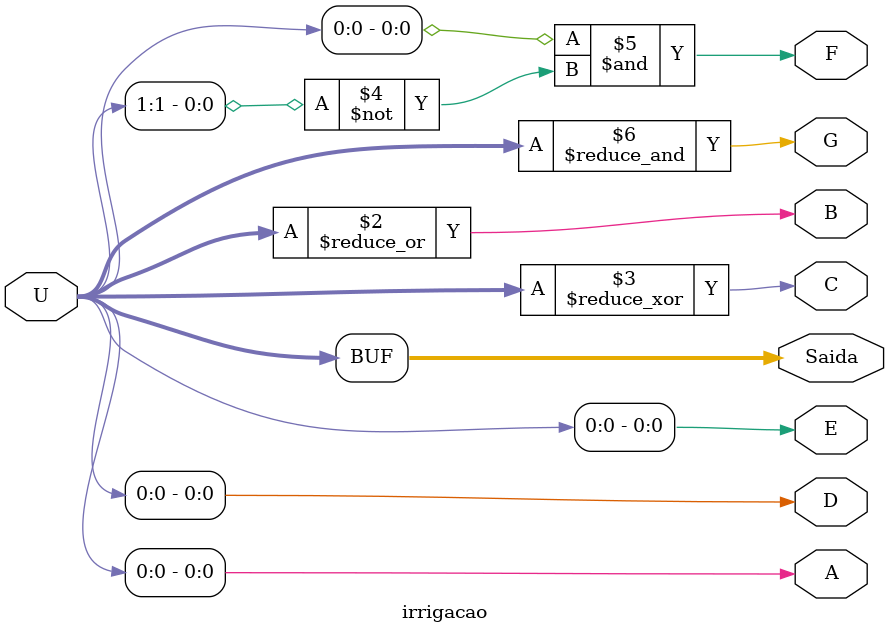
<source format=sv>
module irrigacao(
  input logic [1:0] U, // Variavel de 2 bits de entrada
  output logic  A,B,C,D,E,F,G, // partes do display de 7 segmentos
  output logic [1:0] Saida); // variavel de 2 bits de saida
  always_comb begin // Deixar todas as operacoes combinatorias
    A <= U[0]; // Linha direta do BIT 0 para A
  	B <= |U; // Or em todos os bits de U
  	C <= ^U; // Xor nos bits de U
    D <= U[0]; // Linha direta do BIT 0 para D
    E <= U[0]; // Linha direta do BIT 0 para E
    F <= U[0]&~U[1]; // Acente para o bit 0 sozinho
  	G <= &U; // And em todos os bits de U
    Saida <= U; // na questao a entrada e igual a saida
  end
endmodule

</source>
